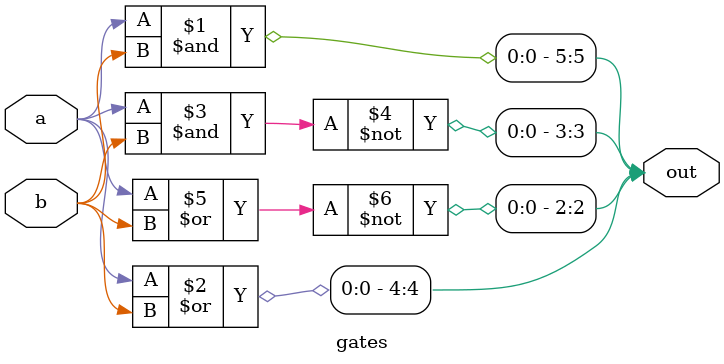
<source format=v>
module gates(
    input wire a,
    input wire b,
    output wire[5:0]out
);
assign out[5] = a&b;
assign out[4] = a|b;
assign out[3] = ~(a&b);
assign out[2] = ~(a|b);

endmodule // 
</source>
